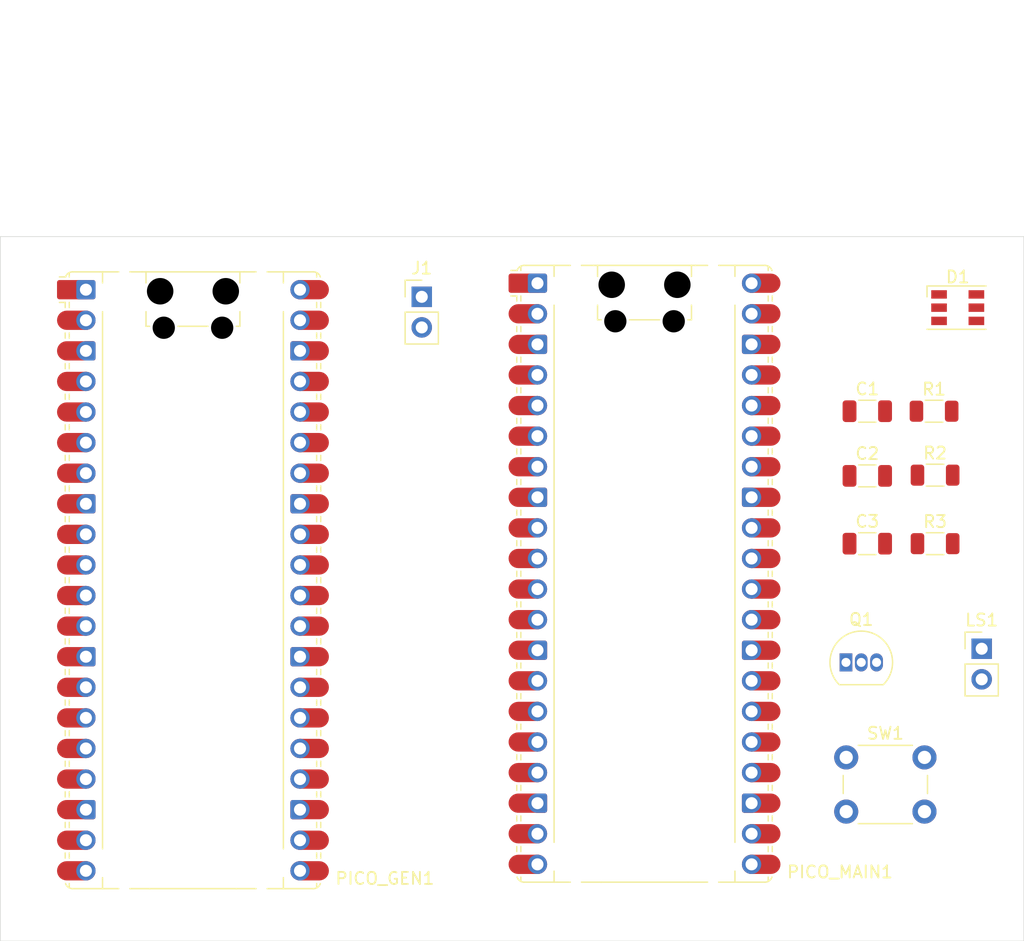
<source format=kicad_pcb>
(kicad_pcb (version 20241229) (generator "pcbnew") (generator_version "9.0")
  (layers (0 "F.Cu" signal) (2 "B.Cu" signal) (13 "F.Paste" user) (15 "B.Paste" user) (5 "F.SilkS" user "F.Silkscreen") (7 "B.SilkS" user "B.Silkscreen") (1 "F.Mask" user) (3 "B.Mask" user) (25 "Edge.Cuts" user))
  (net 0 "")
  (net 3 "GND")
  (net 5 "Net-(PICO_GEN1-3V3)")
  (net 24 "/Din")
  (net 27 "5V")
  (net 72 "/SPEAKER_OUT")
  (net 88 "Net-(PICO_MAIN1-3V3)")
  (net 94 "/BTN_IN")
  (net 124 "Net-(Q1-C)")
  (net 125 "Net-(Q1-B)")
  (net 126 "Net-(J1-Pin_2)")
  (footprint "Connector_PinHeader_2.54mm:PinHeader_1x02_P2.54mm_Vertical" (layer "F.Cu") (at 179.5 96.725)
    (property "Reference" "LS1" (at 0 -2.38 0) (layer "F.SilkS"))
    (property "Value" "Speaker")
    (pad "1" thru_hole rect (at 0 0) (size 1.7 1.7) (drill 1) (layers "*.Cu" "*.Mask") (net 27 "5V"))
    (pad "2" thru_hole circle (at 0 2.54) (size 1.7 1.7) (drill 1) (layers "*.Cu" "*.Mask") (net 124 "Net-(Q1-C)"))
  )
  (footprint "Resistor_SMD:R_1206_3216Metric" (layer "F.Cu") (at 175.63 82.31)
    (property "Reference" "R2" (at 0 -1.83 0) (layer "F.SilkS"))
    (property "Value" "100k")
    (pad "1" smd roundrect (at -1.4625 0) (size 1.125 1.75) (layers "F.Cu" "F.Mask" "F.Paste") (roundrect_rratio 0.222222) (net 3 "GND"))
    (pad "2" smd roundrect (at 1.4625 0) (size 1.125 1.75) (layers "F.Cu" "F.Mask" "F.Paste") (roundrect_rratio 0.222222) (net 125 "Net-(Q1-B)"))
  )
  (footprint "Button_Switch_THT:SW_PUSH_6mm" (layer "F.Cu") (at 168.25 105.75)
    (property "Reference" "SW1" (at 3.25 -2 0) (layer "F.SilkS"))
    (property "Value" "Push_Button")
    (pad "1" thru_hole circle (at 0 0 90) (size 2 2) (drill 1.1) (layers "*.Cu" "*.Mask") (net 94 "/BTN_IN"))
    (pad "1" thru_hole circle (at 6.5 0 90) (size 2 2) (drill 1.1) (layers "*.Cu" "*.Mask") (net 94 "/BTN_IN"))
    (pad "2" thru_hole circle (at 0 4.5 90) (size 2 2) (drill 1.1) (layers "*.Cu" "*.Mask") (net 3 "GND"))
    (pad "2" thru_hole circle (at 6.5 4.5 90) (size 2 2) (drill 1.1) (layers "*.Cu" "*.Mask") (net 3 "GND"))
  )
  (footprint "Connector_PinHeader_2.54mm:PinHeader_1x02_P2.54mm_Vertical" (layer "F.Cu") (at 133 67.5)
    (property "Reference" "J1" (at 0 -2.38 0) (layer "F.SilkS"))
    (property "Value" "Conn_01x02_Pin")
    (pad "1" thru_hole rect (at 0 0) (size 1.7 1.7) (drill 1) (layers "*.Cu" "*.Mask") (net 27 "5V"))
    (pad "2" thru_hole circle (at 0 2.54) (size 1.7 1.7) (drill 1) (layers "*.Cu" "*.Mask") (net 126 "Net-(J1-Pin_2)"))
  )
  (footprint "Module:RaspberryPi_Pico_Common_Unspecified" (layer "F.Cu") (at 114 91.0375)
    (property "Reference" "PICO_GEN1" (at 11.7475 24.765 0) (layer "F.SilkS") (effects (justify left)))
    (property "Value" "RaspberryPi_Pico")
    (pad "" np_thru_hole circle (at -2.725 -24) (size 2.2 2.2) (drill 2.2) (layers "*.Mask"))
    (pad "" np_thru_hole circle (at -2.425 -20.97) (size 1.85 1.85) (drill 1.85) (layers "*.Mask"))
    (pad "" np_thru_hole circle (at 2.425 -20.97) (size 1.85 1.85) (drill 1.85) (layers "*.Mask"))
    (pad "" np_thru_hole circle (at 2.725 -24) (size 2.2 2.2) (drill 2.2) (layers "*.Mask"))
    (pad "1" smd custom (at -9.69 -24.13) (size 1.6 0.8) (layers "F.Cu" "F.Mask") (options (clearance outline) (anchor rect)) (primitives (gr_circle (center 0.8 0) (end 1.6 0) (width 0) (fill yes)) (gr_poly (pts (xy -1.6 -0.6) (xy -1.6 0.6) (xy -1.4 0.8) (xy 0.8 0.8) (xy 0.8 -0.8) (xy -1.4 -0.8)) (width 0) (fill yes)) (gr_circle (center -1.4 -0.6) (end -1.2 -0.6) (width 0) (fill yes)) (gr_circle (center -1.4 0.6) (end -1.2 0.6) (width 0) (fill yes))))
    (pad "1" thru_hole roundrect (at -8.89 -24.13) (size 1.6 1.6) (drill 1) (layers "*.Cu" "*.Mask") (roundrect_rratio 0.125))
    (pad "2" smd roundrect (at -9.69 -21.59) (size 3.2 1.6) (layers "F.Cu" "F.Mask") (roundrect_rratio 0.5))
    (pad "2" thru_hole circle (at -8.89 -21.59) (size 1.6 1.6) (drill 1) (layers "*.Cu" "*.Mask"))
    (pad "3" smd custom (at -9.69 -19.05) (size 1.6 0.8) (layers "F.Cu" "F.Mask") (net 3 "GND") (options (clearance outline) (anchor rect)) (primitives (gr_circle (center -0.8 0) (end 0 0) (width 0) (fill yes)) (gr_poly (pts (xy 1.6 -0.6) (xy 1.6 0.6) (xy 1.4 0.8) (xy -0.8 0.8) (xy -0.8 -0.8) (xy 1.4 -0.8)) (width 0) (fill yes)) (gr_circle (center 1.4 -0.6) (end 1.6 -0.6) (width 0) (fill yes)) (gr_circle (center 1.4 0.6) (end 1.6 0.6) (width 0) (fill yes))))
    (pad "3" thru_hole custom (at -8.89 -19.05) (size 1.6 1.6) (drill 1) (layers "*.Cu" "*.Mask") (net 3 "GND") (options (clearance outline) (anchor circle)) (primitives (gr_poly (pts (xy 0.8 0.6) (xy 0.8 -0.6) (xy 0.6 -0.8) (xy 0 -0.8) (xy 0 0.8) (xy 0.6 0.8)) (width 0) (fill yes)) (gr_circle (center 0.6 0.6) (end 0.8 0.6) (width 0) (fill yes)) (gr_circle (center 0.6 -0.6) (end 0.8 -0.6) (width 0) (fill yes))))
    (pad "4" smd roundrect (at -9.69 -16.51) (size 3.2 1.6) (layers "F.Cu" "F.Mask") (roundrect_rratio 0.5))
    (pad "4" thru_hole circle (at -8.89 -16.51) (size 1.6 1.6) (drill 1) (layers "*.Cu" "*.Mask"))
    (pad "5" smd roundrect (at -9.69 -13.97) (size 3.2 1.6) (layers "F.Cu" "F.Mask") (roundrect_rratio 0.5))
    (pad "5" thru_hole circle (at -8.89 -13.97) (size 1.6 1.6) (drill 1) (layers "*.Cu" "*.Mask"))
    (pad "6" smd roundrect (at -9.69 -11.43) (size 3.2 1.6) (layers "F.Cu" "F.Mask") (roundrect_rratio 0.5))
    (pad "6" thru_hole circle (at -8.89 -11.43) (size 1.6 1.6) (drill 1) (layers "*.Cu" "*.Mask"))
    (pad "7" smd roundrect (at -9.69 -8.89) (size 3.2 1.6) (layers "F.Cu" "F.Mask") (roundrect_rratio 0.5))
    (pad "7" thru_hole circle (at -8.89 -8.89) (size 1.6 1.6) (drill 1) (layers "*.Cu" "*.Mask"))
    (pad "8" smd custom (at -9.69 -6.35) (size 1.6 0.8) (layers "F.Cu" "F.Mask") (net 3 "GND") (options (clearance outline) (anchor rect)) (primitives (gr_circle (center -0.8 0) (end 0 0) (width 0) (fill yes)) (gr_poly (pts (xy 1.6 -0.6) (xy 1.6 0.6) (xy 1.4 0.8) (xy -0.8 0.8) (xy -0.8 -0.8) (xy 1.4 -0.8)) (width 0) (fill yes)) (gr_circle (center 1.4 -0.6) (end 1.6 -0.6) (width 0) (fill yes)) (gr_circle (center 1.4 0.6) (end 1.6 0.6) (width 0) (fill yes))))
    (pad "8" thru_hole custom (at -8.89 -6.35) (size 1.6 1.6) (drill 1) (layers "*.Cu" "*.Mask") (net 3 "GND") (options (clearance outline) (anchor circle)) (primitives (gr_poly (pts (xy 0.8 0.6) (xy 0.8 -0.6) (xy 0.6 -0.8) (xy 0 -0.8) (xy 0 0.8) (xy 0.6 0.8)) (width 0) (fill yes)) (gr_circle (center 0.6 0.6) (end 0.8 0.6) (width 0) (fill yes)) (gr_circle (center 0.6 -0.6) (end 0.8 -0.6) (width 0) (fill yes))))
    (pad "9" smd roundrect (at -9.69 -3.81) (size 3.2 1.6) (layers "F.Cu" "F.Mask") (roundrect_rratio 0.5))
    (pad "9" thru_hole circle (at -8.89 -3.81) (size 1.6 1.6) (drill 1) (layers "*.Cu" "*.Mask"))
    (pad "10" smd roundrect (at -9.69 -1.27) (size 3.2 1.6) (layers "F.Cu" "F.Mask") (roundrect_rratio 0.5))
    (pad "10" thru_hole circle (at -8.89 -1.27) (size 1.6 1.6) (drill 1) (layers "*.Cu" "*.Mask"))
    (pad "11" smd roundrect (at -9.69 1.27) (size 3.2 1.6) (layers "F.Cu" "F.Mask") (roundrect_rratio 0.5))
    (pad "11" thru_hole circle (at -8.89 1.27) (size 1.6 1.6) (drill 1) (layers "*.Cu" "*.Mask"))
    (pad "12" smd roundrect (at -9.69 3.81) (size 3.2 1.6) (layers "F.Cu" "F.Mask") (roundrect_rratio 0.5))
    (pad "12" thru_hole circle (at -8.89 3.81) (size 1.6 1.6) (drill 1) (layers "*.Cu" "*.Mask"))
    (pad "13" smd custom (at -9.69 6.35) (size 1.6 0.8) (layers "F.Cu" "F.Mask") (net 3 "GND") (options (clearance outline) (anchor rect)) (primitives (gr_circle (center -0.8 0) (end 0 0) (width 0) (fill yes)) (gr_poly (pts (xy 1.6 -0.6) (xy 1.6 0.6) (xy 1.4 0.8) (xy -0.8 0.8) (xy -0.8 -0.8) (xy 1.4 -0.8)) (width 0) (fill yes)) (gr_circle (center 1.4 -0.6) (end 1.6 -0.6) (width 0) (fill yes)) (gr_circle (center 1.4 0.6) (end 1.6 0.6) (width 0) (fill yes))))
    (pad "13" thru_hole custom (at -8.89 6.35) (size 1.6 1.6) (drill 1) (layers "*.Cu" "*.Mask") (net 3 "GND") (options (clearance outline) (anchor circle)) (primitives (gr_poly (pts (xy 0.8 0.6) (xy 0.8 -0.6) (xy 0.6 -0.8) (xy 0 -0.8) (xy 0 0.8) (xy 0.6 0.8)) (width 0) (fill yes)) (gr_circle (center 0.6 0.6) (end 0.8 0.6) (width 0) (fill yes)) (gr_circle (center 0.6 -0.6) (end 0.8 -0.6) (width 0) (fill yes))))
    (pad "14" smd roundrect (at -9.69 8.89) (size 3.2 1.6) (layers "F.Cu" "F.Mask") (roundrect_rratio 0.5))
    (pad "14" thru_hole circle (at -8.89 8.89) (size 1.6 1.6) (drill 1) (layers "*.Cu" "*.Mask"))
    (pad "15" smd roundrect (at -9.69 11.43) (size 3.2 1.6) (layers "F.Cu" "F.Mask") (roundrect_rratio 0.5))
    (pad "15" thru_hole circle (at -8.89 11.43) (size 1.6 1.6) (drill 1) (layers "*.Cu" "*.Mask"))
    (pad "16" smd roundrect (at -9.69 13.97) (size 3.2 1.6) (layers "F.Cu" "F.Mask") (roundrect_rratio 0.5))
    (pad "16" thru_hole circle (at -8.89 13.97) (size 1.6 1.6) (drill 1) (layers "*.Cu" "*.Mask"))
    (pad "17" smd roundrect (at -9.69 16.51) (size 3.2 1.6) (layers "F.Cu" "F.Mask") (roundrect_rratio 0.5))
    (pad "17" thru_hole circle (at -8.89 16.51) (size 1.6 1.6) (drill 1) (layers "*.Cu" "*.Mask"))
    (pad "18" smd custom (at -9.69 19.05) (size 1.6 0.8) (layers "F.Cu" "F.Mask") (net 3 "GND") (options (clearance outline) (anchor rect)) (primitives (gr_circle (center -0.8 0) (end 0 0) (width 0) (fill yes)) (gr_poly (pts (xy 1.6 -0.6) (xy 1.6 0.6) (xy 1.4 0.8) (xy -0.8 0.8) (xy -0.8 -0.8) (xy 1.4 -0.8)) (width 0) (fill yes)) (gr_circle (center 1.4 -0.6) (end 1.6 -0.6) (width 0) (fill yes)) (gr_circle (center 1.4 0.6) (end 1.6 0.6) (width 0) (fill yes))))
    (pad "18" thru_hole custom (at -8.89 19.05) (size 1.6 1.6) (drill 1) (layers "*.Cu" "*.Mask") (net 3 "GND") (options (clearance outline) (anchor circle)) (primitives (gr_poly (pts (xy 0.8 0.6) (xy 0.8 -0.6) (xy 0.6 -0.8) (xy 0 -0.8) (xy 0 0.8) (xy 0.6 0.8)) (width 0) (fill yes)) (gr_circle (center 0.6 0.6) (end 0.8 0.6) (width 0) (fill yes)) (gr_circle (center 0.6 -0.6) (end 0.8 -0.6) (width 0) (fill yes))))
    (pad "19" smd roundrect (at -9.69 21.59) (size 3.2 1.6) (layers "F.Cu" "F.Mask") (roundrect_rratio 0.5))
    (pad "19" thru_hole circle (at -8.89 21.59) (size 1.6 1.6) (drill 1) (layers "*.Cu" "*.Mask"))
    (pad "20" smd roundrect (at -9.69 24.13) (size 3.2 1.6) (layers "F.Cu" "F.Mask") (roundrect_rratio 0.5))
    (pad "20" thru_hole circle (at -8.89 24.13) (size 1.6 1.6) (drill 1) (layers "*.Cu" "*.Mask"))
    (pad "21" thru_hole circle (at 8.89 24.13) (size 1.6 1.6) (drill 1) (layers "*.Cu" "*.Mask") (net 24 "/Din"))
    (pad "21" smd roundrect (at 9.69 24.13) (size 3.2 1.6) (layers "F.Cu" "F.Mask") (roundrect_rratio 0.5) (net 24 "/Din"))
    (pad "22" thru_hole circle (at 8.89 21.59) (size 1.6 1.6) (drill 1) (layers "*.Cu" "*.Mask"))
    (pad "22" smd roundrect (at 9.69 21.59) (size 3.2 1.6) (layers "F.Cu" "F.Mask") (roundrect_rratio 0.5))
    (pad "23" thru_hole custom (at 8.89 19.05) (size 1.6 1.6) (drill 1) (layers "*.Cu" "*.Mask") (net 3 "GND") (options (clearance outline) (anchor circle)) (primitives (gr_poly (pts (xy -0.8 0.6) (xy -0.8 -0.6) (xy -0.6 -0.8) (xy 0 -0.8) (xy 0 0.8) (xy -0.6 0.8)) (width 0) (fill yes)) (gr_circle (center -0.6 0.6) (end -0.4 0.6) (width 0) (fill yes)) (gr_circle (center -0.6 -0.6) (end -0.4 -0.6) (width 0) (fill yes))))
    (pad "23" smd custom (at 9.69 19.05) (size 1.6 0.8) (layers "F.Cu" "F.Mask") (net 3 "GND") (options (clearance outline) (anchor rect)) (primitives (gr_circle (center 0.8 0) (end 1.6 0) (width 0) (fill yes)) (gr_poly (pts (xy -1.6 -0.6) (xy -1.6 0.6) (xy -1.4 0.8) (xy 0.8 0.8) (xy 0.8 -0.8) (xy -1.4 -0.8)) (width 0) (fill yes)) (gr_circle (center -1.4 -0.6) (end -1.2 -0.6) (width 0) (fill yes)) (gr_circle (center -1.4 0.6) (end -1.2 0.6) (width 0) (fill yes))))
    (pad "24" thru_hole circle (at 8.89 16.51) (size 1.6 1.6) (drill 1) (layers "*.Cu" "*.Mask"))
    (pad "24" smd roundrect (at 9.69 16.51) (size 3.2 1.6) (layers "F.Cu" "F.Mask") (roundrect_rratio 0.5))
    (pad "25" thru_hole circle (at 8.89 13.97) (size 1.6 1.6) (drill 1) (layers "*.Cu" "*.Mask"))
    (pad "25" smd roundrect (at 9.69 13.97) (size 3.2 1.6) (layers "F.Cu" "F.Mask") (roundrect_rratio 0.5))
    (pad "26" thru_hole circle (at 8.89 11.43) (size 1.6 1.6) (drill 1) (layers "*.Cu" "*.Mask"))
    (pad "26" smd roundrect (at 9.69 11.43) (size 3.2 1.6) (layers "F.Cu" "F.Mask") (roundrect_rratio 0.5))
    (pad "27" thru_hole circle (at 8.89 8.89) (size 1.6 1.6) (drill 1) (layers "*.Cu" "*.Mask"))
    (pad "27" smd roundrect (at 9.69 8.89) (size 3.2 1.6) (layers "F.Cu" "F.Mask") (roundrect_rratio 0.5))
    (pad "28" thru_hole custom (at 8.89 6.35) (size 1.6 1.6) (drill 1) (layers "*.Cu" "*.Mask") (net 3 "GND") (options (clearance outline) (anchor circle)) (primitives (gr_poly (pts (xy -0.8 0.6) (xy -0.8 -0.6) (xy -0.6 -0.8) (xy 0 -0.8) (xy 0 0.8) (xy -0.6 0.8)) (width 0) (fill yes)) (gr_circle (center -0.6 0.6) (end -0.4 0.6) (width 0) (fill yes)) (gr_circle (center -0.6 -0.6) (end -0.4 -0.6) (width 0) (fill yes))))
    (pad "28" smd custom (at 9.69 6.35) (size 1.6 0.8) (layers "F.Cu" "F.Mask") (net 3 "GND") (options (clearance outline) (anchor rect)) (primitives (gr_circle (center 0.8 0) (end 1.6 0) (width 0) (fill yes)) (gr_poly (pts (xy -1.6 -0.6) (xy -1.6 0.6) (xy -1.4 0.8) (xy 0.8 0.8) (xy 0.8 -0.8) (xy -1.4 -0.8)) (width 0) (fill yes)) (gr_circle (center -1.4 -0.6) (end -1.2 -0.6) (width 0) (fill yes)) (gr_circle (center -1.4 0.6) (end -1.2 0.6) (width 0) (fill yes))))
    (pad "29" thru_hole circle (at 8.89 3.81) (size 1.6 1.6) (drill 1) (layers "*.Cu" "*.Mask"))
    (pad "29" smd roundrect (at 9.69 3.81) (size 3.2 1.6) (layers "F.Cu" "F.Mask") (roundrect_rratio 0.5))
    (pad "30" thru_hole circle (at 8.89 1.27) (size 1.6 1.6) (drill 1) (layers "*.Cu" "*.Mask"))
    (pad "30" smd roundrect (at 9.69 1.27) (size 3.2 1.6) (layers "F.Cu" "F.Mask") (roundrect_rratio 0.5))
    (pad "31" thru_hole circle (at 8.89 -1.27) (size 1.6 1.6) (drill 1) (layers "*.Cu" "*.Mask"))
    (pad "31" smd roundrect (at 9.69 -1.27) (size 3.2 1.6) (layers "F.Cu" "F.Mask") (roundrect_rratio 0.5))
    (pad "32" thru_hole circle (at 8.89 -3.81) (size 1.6 1.6) (drill 1) (layers "*.Cu" "*.Mask"))
    (pad "32" smd roundrect (at 9.69 -3.81) (size 3.2 1.6) (layers "F.Cu" "F.Mask") (roundrect_rratio 0.5))
    (pad "33" thru_hole custom (at 8.89 -6.35) (size 1.6 1.6) (drill 1) (layers "*.Cu" "*.Mask") (options (clearance outline) (anchor circle)) (primitives (gr_poly (pts (xy -0.8 0.6) (xy -0.8 -0.6) (xy -0.6 -0.8) (xy 0 -0.8) (xy 0 0.8) (xy -0.6 0.8)) (width 0) (fill yes)) (gr_circle (center -0.6 0.6) (end -0.4 0.6) (width 0) (fill yes)) (gr_circle (center -0.6 -0.6) (end -0.4 -0.6) (width 0) (fill yes))))
    (pad "33" smd custom (at 9.69 -6.35) (size 1.6 0.8) (layers "F.Cu" "F.Mask") (options (clearance outline) (anchor rect)) (primitives (gr_circle (center 0.8 0) (end 1.6 0) (width 0) (fill yes)) (gr_poly (pts (xy -1.6 -0.6) (xy -1.6 0.6) (xy -1.4 0.8) (xy 0.8 0.8) (xy 0.8 -0.8) (xy -1.4 -0.8)) (width 0) (fill yes)) (gr_circle (center -1.4 -0.6) (end -1.2 -0.6) (width 0) (fill yes)) (gr_circle (center -1.4 0.6) (end -1.2 0.6) (width 0) (fill yes))))
    (pad "34" thru_hole circle (at 8.89 -8.89) (size 1.6 1.6) (drill 1) (layers "*.Cu" "*.Mask"))
    (pad "34" smd roundrect (at 9.69 -8.89) (size 3.2 1.6) (layers "F.Cu" "F.Mask") (roundrect_rratio 0.5))
    (pad "35" thru_hole circle (at 8.89 -11.43) (size 1.6 1.6) (drill 1) (layers "*.Cu" "*.Mask"))
    (pad "35" smd roundrect (at 9.69 -11.43) (size 3.2 1.6) (layers "F.Cu" "F.Mask") (roundrect_rratio 0.5))
    (pad "36" thru_hole circle (at 8.89 -13.97) (size 1.6 1.6) (drill 1) (layers "*.Cu" "*.Mask") (net 5 "Net-(PICO_GEN1-3V3)"))
    (pad "36" smd roundrect (at 9.69 -13.97) (size 3.2 1.6) (layers "F.Cu" "F.Mask") (roundrect_rratio 0.5) (net 5 "Net-(PICO_GEN1-3V3)"))
    (pad "37" thru_hole circle (at 8.89 -16.51) (size 1.6 1.6) (drill 1) (layers "*.Cu" "*.Mask"))
    (pad "37" smd roundrect (at 9.69 -16.51) (size 3.2 1.6) (layers "F.Cu" "F.Mask") (roundrect_rratio 0.5))
    (pad "38" thru_hole custom (at 8.89 -19.05) (size 1.6 1.6) (drill 1) (layers "*.Cu" "*.Mask") (net 3 "GND") (options (clearance outline) (anchor circle)) (primitives (gr_poly (pts (xy -0.8 0.6) (xy -0.8 -0.6) (xy -0.6 -0.8) (xy 0 -0.8) (xy 0 0.8) (xy -0.6 0.8)) (width 0) (fill yes)) (gr_circle (center -0.6 0.6) (end -0.4 0.6) (width 0) (fill yes)) (gr_circle (center -0.6 -0.6) (end -0.4 -0.6) (width 0) (fill yes))))
    (pad "38" smd custom (at 9.69 -19.05) (size 1.6 0.8) (layers "F.Cu" "F.Mask") (net 3 "GND") (options (clearance outline) (anchor rect)) (primitives (gr_circle (center 0.8 0) (end 1.6 0) (width 0) (fill yes)) (gr_poly (pts (xy -1.6 -0.6) (xy -1.6 0.6) (xy -1.4 0.8) (xy 0.8 0.8) (xy 0.8 -0.8) (xy -1.4 -0.8)) (width 0) (fill yes)) (gr_circle (center -1.4 -0.6) (end -1.2 -0.6) (width 0) (fill yes)) (gr_circle (center -1.4 0.6) (end -1.2 0.6) (width 0) (fill yes))))
    (pad "39" thru_hole circle (at 8.89 -21.59) (size 1.6 1.6) (drill 1) (layers "*.Cu" "*.Mask") (net 27 "5V"))
    (pad "39" smd roundrect (at 9.69 -21.59) (size 3.2 1.6) (layers "F.Cu" "F.Mask") (roundrect_rratio 0.5) (net 27 "5V"))
    (pad "40" thru_hole circle (at 8.89 -24.13) (size 1.6 1.6) (drill 1) (layers "*.Cu" "*.Mask"))
    (pad "40" smd roundrect (at 9.69 -24.13) (size 3.2 1.6) (layers "F.Cu" "F.Mask") (roundrect_rratio 0.5))
  )
  (footprint "Resistor_SMD:R_1206_3216Metric" (layer "F.Cu") (at 175.545 77)
    (property "Reference" "R1" (at 0 -1.83 0) (layer "F.SilkS"))
    (property "Value" "1k")
    (pad "1" smd roundrect (at -1.4625 0) (size 1.125 1.75) (layers "F.Cu" "F.Mask" "F.Paste") (roundrect_rratio 0.222222) (net 72 "/SPEAKER_OUT"))
    (pad "2" smd roundrect (at 1.4625 0) (size 1.125 1.75) (layers "F.Cu" "F.Mask" "F.Paste") (roundrect_rratio 0.222222) (net 125 "Net-(Q1-B)"))
  )
  (footprint "Resistor_SMD:R_1206_3216Metric" (layer "F.Cu") (at 175.63 88)
    (property "Reference" "R3" (at 0 -1.83 0) (layer "F.SilkS"))
    (property "Value" "330")
    (pad "1" smd roundrect (at -1.4625 0) (size 1.125 1.75) (layers "F.Cu" "F.Mask" "F.Paste") (roundrect_rratio 0.222222) (net 24 "/Din"))
    (pad "2" smd roundrect (at 1.4625 0) (size 1.125 1.75) (layers "F.Cu" "F.Mask" "F.Paste") (roundrect_rratio 0.222222) (net 24 "/Din"))
  )
  (footprint "Module:RaspberryPi_Pico_Common_Unspecified" (layer "F.Cu") (at 151.5 90.5)
    (property "Reference" "PICO_MAIN1" (at 11.7475 24.765 0) (layer "F.SilkS") (effects (justify left)))
    (property "Value" "RaspberryPi_Pico")
    (pad "" np_thru_hole circle (at -2.725 -24) (size 2.2 2.2) (drill 2.2) (layers "*.Mask"))
    (pad "" np_thru_hole circle (at -2.425 -20.97) (size 1.85 1.85) (drill 1.85) (layers "*.Mask"))
    (pad "" np_thru_hole circle (at 2.425 -20.97) (size 1.85 1.85) (drill 1.85) (layers "*.Mask"))
    (pad "" np_thru_hole circle (at 2.725 -24) (size 2.2 2.2) (drill 2.2) (layers "*.Mask"))
    (pad "1" smd custom (at -9.69 -24.13) (size 1.6 0.8) (layers "F.Cu" "F.Mask") (net 24 "/Din") (options (clearance outline) (anchor rect)) (primitives (gr_circle (center 0.8 0) (end 1.6 0) (width 0) (fill yes)) (gr_poly (pts (xy -1.6 -0.6) (xy -1.6 0.6) (xy -1.4 0.8) (xy 0.8 0.8) (xy 0.8 -0.8) (xy -1.4 -0.8)) (width 0) (fill yes)) (gr_circle (center -1.4 -0.6) (end -1.2 -0.6) (width 0) (fill yes)) (gr_circle (center -1.4 0.6) (end -1.2 0.6) (width 0) (fill yes))))
    (pad "1" thru_hole roundrect (at -8.89 -24.13) (size 1.6 1.6) (drill 1) (layers "*.Cu" "*.Mask") (roundrect_rratio 0.125) (net 24 "/Din"))
    (pad "2" smd roundrect (at -9.69 -21.59) (size 3.2 1.6) (layers "F.Cu" "F.Mask") (roundrect_rratio 0.5))
    (pad "2" thru_hole circle (at -8.89 -21.59) (size 1.6 1.6) (drill 1) (layers "*.Cu" "*.Mask"))
    (pad "3" smd custom (at -9.69 -19.05) (size 1.6 0.8) (layers "F.Cu" "F.Mask") (net 3 "GND") (options (clearance outline) (anchor rect)) (primitives (gr_circle (center -0.8 0) (end 0 0) (width 0) (fill yes)) (gr_poly (pts (xy 1.6 -0.6) (xy 1.6 0.6) (xy 1.4 0.8) (xy -0.8 0.8) (xy -0.8 -0.8) (xy 1.4 -0.8)) (width 0) (fill yes)) (gr_circle (center 1.4 -0.6) (end 1.6 -0.6) (width 0) (fill yes)) (gr_circle (center 1.4 0.6) (end 1.6 0.6) (width 0) (fill yes))))
    (pad "3" thru_hole custom (at -8.89 -19.05) (size 1.6 1.6) (drill 1) (layers "*.Cu" "*.Mask") (net 3 "GND") (options (clearance outline) (anchor circle)) (primitives (gr_poly (pts (xy 0.8 0.6) (xy 0.8 -0.6) (xy 0.6 -0.8) (xy 0 -0.8) (xy 0 0.8) (xy 0.6 0.8)) (width 0) (fill yes)) (gr_circle (center 0.6 0.6) (end 0.8 0.6) (width 0) (fill yes)) (gr_circle (center 0.6 -0.6) (end 0.8 -0.6) (width 0) (fill yes))))
    (pad "4" smd roundrect (at -9.69 -16.51) (size 3.2 1.6) (layers "F.Cu" "F.Mask") (roundrect_rratio 0.5))
    (pad "4" thru_hole circle (at -8.89 -16.51) (size 1.6 1.6) (drill 1) (layers "*.Cu" "*.Mask"))
    (pad "5" smd roundrect (at -9.69 -13.97) (size 3.2 1.6) (layers "F.Cu" "F.Mask") (roundrect_rratio 0.5))
    (pad "5" thru_hole circle (at -8.89 -13.97) (size 1.6 1.6) (drill 1) (layers "*.Cu" "*.Mask"))
    (pad "6" smd roundrect (at -9.69 -11.43) (size 3.2 1.6) (layers "F.Cu" "F.Mask") (roundrect_rratio 0.5))
    (pad "6" thru_hole circle (at -8.89 -11.43) (size 1.6 1.6) (drill 1) (layers "*.Cu" "*.Mask"))
    (pad "7" smd roundrect (at -9.69 -8.89) (size 3.2 1.6) (layers "F.Cu" "F.Mask") (roundrect_rratio 0.5))
    (pad "7" thru_hole circle (at -8.89 -8.89) (size 1.6 1.6) (drill 1) (layers "*.Cu" "*.Mask"))
    (pad "8" smd custom (at -9.69 -6.35) (size 1.6 0.8) (layers "F.Cu" "F.Mask") (net 3 "GND") (options (clearance outline) (anchor rect)) (primitives (gr_circle (center -0.8 0) (end 0 0) (width 0) (fill yes)) (gr_poly (pts (xy 1.6 -0.6) (xy 1.6 0.6) (xy 1.4 0.8) (xy -0.8 0.8) (xy -0.8 -0.8) (xy 1.4 -0.8)) (width 0) (fill yes)) (gr_circle (center 1.4 -0.6) (end 1.6 -0.6) (width 0) (fill yes)) (gr_circle (center 1.4 0.6) (end 1.6 0.6) (width 0) (fill yes))))
    (pad "8" thru_hole custom (at -8.89 -6.35) (size 1.6 1.6) (drill 1) (layers "*.Cu" "*.Mask") (net 3 "GND") (options (clearance outline) (anchor circle)) (primitives (gr_poly (pts (xy 0.8 0.6) (xy 0.8 -0.6) (xy 0.6 -0.8) (xy 0 -0.8) (xy 0 0.8) (xy 0.6 0.8)) (width 0) (fill yes)) (gr_circle (center 0.6 0.6) (end 0.8 0.6) (width 0) (fill yes)) (gr_circle (center 0.6 -0.6) (end 0.8 -0.6) (width 0) (fill yes))))
    (pad "9" smd roundrect (at -9.69 -3.81) (size 3.2 1.6) (layers "F.Cu" "F.Mask") (roundrect_rratio 0.5))
    (pad "9" thru_hole circle (at -8.89 -3.81) (size 1.6 1.6) (drill 1) (layers "*.Cu" "*.Mask"))
    (pad "10" smd roundrect (at -9.69 -1.27) (size 3.2 1.6) (layers "F.Cu" "F.Mask") (roundrect_rratio 0.5))
    (pad "10" thru_hole circle (at -8.89 -1.27) (size 1.6 1.6) (drill 1) (layers "*.Cu" "*.Mask"))
    (pad "11" smd roundrect (at -9.69 1.27) (size 3.2 1.6) (layers "F.Cu" "F.Mask") (roundrect_rratio 0.5))
    (pad "11" thru_hole circle (at -8.89 1.27) (size 1.6 1.6) (drill 1) (layers "*.Cu" "*.Mask"))
    (pad "12" smd roundrect (at -9.69 3.81) (size 3.2 1.6) (layers "F.Cu" "F.Mask") (roundrect_rratio 0.5))
    (pad "12" thru_hole circle (at -8.89 3.81) (size 1.6 1.6) (drill 1) (layers "*.Cu" "*.Mask"))
    (pad "13" smd custom (at -9.69 6.35) (size 1.6 0.8) (layers "F.Cu" "F.Mask") (net 3 "GND") (options (clearance outline) (anchor rect)) (primitives (gr_circle (center -0.8 0) (end 0 0) (width 0) (fill yes)) (gr_poly (pts (xy 1.6 -0.6) (xy 1.6 0.6) (xy 1.4 0.8) (xy -0.8 0.8) (xy -0.8 -0.8) (xy 1.4 -0.8)) (width 0) (fill yes)) (gr_circle (center 1.4 -0.6) (end 1.6 -0.6) (width 0) (fill yes)) (gr_circle (center 1.4 0.6) (end 1.6 0.6) (width 0) (fill yes))))
    (pad "13" thru_hole custom (at -8.89 6.35) (size 1.6 1.6) (drill 1) (layers "*.Cu" "*.Mask") (net 3 "GND") (options (clearance outline) (anchor circle)) (primitives (gr_poly (pts (xy 0.8 0.6) (xy 0.8 -0.6) (xy 0.6 -0.8) (xy 0 -0.8) (xy 0 0.8) (xy 0.6 0.8)) (width 0) (fill yes)) (gr_circle (center 0.6 0.6) (end 0.8 0.6) (width 0) (fill yes)) (gr_circle (center 0.6 -0.6) (end 0.8 -0.6) (width 0) (fill yes))))
    (pad "14" smd roundrect (at -9.69 8.89) (size 3.2 1.6) (layers "F.Cu" "F.Mask") (roundrect_rratio 0.5))
    (pad "14" thru_hole circle (at -8.89 8.89) (size 1.6 1.6) (drill 1) (layers "*.Cu" "*.Mask"))
    (pad "15" smd roundrect (at -9.69 11.43) (size 3.2 1.6) (layers "F.Cu" "F.Mask") (roundrect_rratio 0.5))
    (pad "15" thru_hole circle (at -8.89 11.43) (size 1.6 1.6) (drill 1) (layers "*.Cu" "*.Mask"))
    (pad "16" smd roundrect (at -9.69 13.97) (size 3.2 1.6) (layers "F.Cu" "F.Mask") (roundrect_rratio 0.5))
    (pad "16" thru_hole circle (at -8.89 13.97) (size 1.6 1.6) (drill 1) (layers "*.Cu" "*.Mask"))
    (pad "17" smd roundrect (at -9.69 16.51) (size 3.2 1.6) (layers "F.Cu" "F.Mask") (roundrect_rratio 0.5))
    (pad "17" thru_hole circle (at -8.89 16.51) (size 1.6 1.6) (drill 1) (layers "*.Cu" "*.Mask"))
    (pad "18" smd custom (at -9.69 19.05) (size 1.6 0.8) (layers "F.Cu" "F.Mask") (net 3 "GND") (options (clearance outline) (anchor rect)) (primitives (gr_circle (center -0.8 0) (end 0 0) (width 0) (fill yes)) (gr_poly (pts (xy 1.6 -0.6) (xy 1.6 0.6) (xy 1.4 0.8) (xy -0.8 0.8) (xy -0.8 -0.8) (xy 1.4 -0.8)) (width 0) (fill yes)) (gr_circle (center 1.4 -0.6) (end 1.6 -0.6) (width 0) (fill yes)) (gr_circle (center 1.4 0.6) (end 1.6 0.6) (width 0) (fill yes))))
    (pad "18" thru_hole custom (at -8.89 19.05) (size 1.6 1.6) (drill 1) (layers "*.Cu" "*.Mask") (net 3 "GND") (options (clearance outline) (anchor circle)) (primitives (gr_poly (pts (xy 0.8 0.6) (xy 0.8 -0.6) (xy 0.6 -0.8) (xy 0 -0.8) (xy 0 0.8) (xy 0.6 0.8)) (width 0) (fill yes)) (gr_circle (center 0.6 0.6) (end 0.8 0.6) (width 0) (fill yes)) (gr_circle (center 0.6 -0.6) (end 0.8 -0.6) (width 0) (fill yes))))
    (pad "19" smd roundrect (at -9.69 21.59) (size 3.2 1.6) (layers "F.Cu" "F.Mask") (roundrect_rratio 0.5))
    (pad "19" thru_hole circle (at -8.89 21.59) (size 1.6 1.6) (drill 1) (layers "*.Cu" "*.Mask"))
    (pad "20" smd roundrect (at -9.69 24.13) (size 3.2 1.6) (layers "F.Cu" "F.Mask") (roundrect_rratio 0.5))
    (pad "20" thru_hole circle (at -8.89 24.13) (size 1.6 1.6) (drill 1) (layers "*.Cu" "*.Mask"))
    (pad "21" thru_hole circle (at 8.89 24.13) (size 1.6 1.6) (drill 1) (layers "*.Cu" "*.Mask") (net 72 "/SPEAKER_OUT"))
    (pad "21" smd roundrect (at 9.69 24.13) (size 3.2 1.6) (layers "F.Cu" "F.Mask") (roundrect_rratio 0.5) (net 72 "/SPEAKER_OUT"))
    (pad "22" thru_hole circle (at 8.89 21.59) (size 1.6 1.6) (drill 1) (layers "*.Cu" "*.Mask"))
    (pad "22" smd roundrect (at 9.69 21.59) (size 3.2 1.6) (layers "F.Cu" "F.Mask") (roundrect_rratio 0.5))
    (pad "23" thru_hole custom (at 8.89 19.05) (size 1.6 1.6) (drill 1) (layers "*.Cu" "*.Mask") (net 3 "GND") (options (clearance outline) (anchor circle)) (primitives (gr_poly (pts (xy -0.8 0.6) (xy -0.8 -0.6) (xy -0.6 -0.8) (xy 0 -0.8) (xy 0 0.8) (xy -0.6 0.8)) (width 0) (fill yes)) (gr_circle (center -0.6 0.6) (end -0.4 0.6) (width 0) (fill yes)) (gr_circle (center -0.6 -0.6) (end -0.4 -0.6) (width 0) (fill yes))))
    (pad "23" smd custom (at 9.69 19.05) (size 1.6 0.8) (layers "F.Cu" "F.Mask") (net 3 "GND") (options (clearance outline) (anchor rect)) (primitives (gr_circle (center 0.8 0) (end 1.6 0) (width 0) (fill yes)) (gr_poly (pts (xy -1.6 -0.6) (xy -1.6 0.6) (xy -1.4 0.8) (xy 0.8 0.8) (xy 0.8 -0.8) (xy -1.4 -0.8)) (width 0) (fill yes)) (gr_circle (center -1.4 -0.6) (end -1.2 -0.6) (width 0) (fill yes)) (gr_circle (center -1.4 0.6) (end -1.2 0.6) (width 0) (fill yes))))
    (pad "24" thru_hole circle (at 8.89 16.51) (size 1.6 1.6) (drill 1) (layers "*.Cu" "*.Mask"))
    (pad "24" smd roundrect (at 9.69 16.51) (size 3.2 1.6) (layers "F.Cu" "F.Mask") (roundrect_rratio 0.5))
    (pad "25" thru_hole circle (at 8.89 13.97) (size 1.6 1.6) (drill 1) (layers "*.Cu" "*.Mask"))
    (pad "25" smd roundrect (at 9.69 13.97) (size 3.2 1.6) (layers "F.Cu" "F.Mask") (roundrect_rratio 0.5))
    (pad "26" thru_hole circle (at 8.89 11.43) (size 1.6 1.6) (drill 1) (layers "*.Cu" "*.Mask"))
    (pad "26" smd roundrect (at 9.69 11.43) (size 3.2 1.6) (layers "F.Cu" "F.Mask") (roundrect_rratio 0.5))
    (pad "27" thru_hole circle (at 8.89 8.89) (size 1.6 1.6) (drill 1) (layers "*.Cu" "*.Mask"))
    (pad "27" smd roundrect (at 9.69 8.89) (size 3.2 1.6) (layers "F.Cu" "F.Mask") (roundrect_rratio 0.5))
    (pad "28" thru_hole custom (at 8.89 6.35) (size 1.6 1.6) (drill 1) (layers "*.Cu" "*.Mask") (net 3 "GND") (options (clearance outline) (anchor circle)) (primitives (gr_poly (pts (xy -0.8 0.6) (xy -0.8 -0.6) (xy -0.6 -0.8) (xy 0 -0.8) (xy 0 0.8) (xy -0.6 0.8)) (width 0) (fill yes)) (gr_circle (center -0.6 0.6) (end -0.4 0.6) (width 0) (fill yes)) (gr_circle (center -0.6 -0.6) (end -0.4 -0.6) (width 0) (fill yes))))
    (pad "28" smd custom (at 9.69 6.35) (size 1.6 0.8) (layers "F.Cu" "F.Mask") (net 3 "GND") (options (clearance outline) (anchor rect)) (primitives (gr_circle (center 0.8 0) (end 1.6 0) (width 0) (fill yes)) (gr_poly (pts (xy -1.6 -0.6) (xy -1.6 0.6) (xy -1.4 0.8) (xy 0.8 0.8) (xy 0.8 -0.8) (xy -1.4 -0.8)) (width 0) (fill yes)) (gr_circle (center -1.4 -0.6) (end -1.2 -0.6) (width 0) (fill yes)) (gr_circle (center -1.4 0.6) (end -1.2 0.6) (width 0) (fill yes))))
    (pad "29" thru_hole circle (at 8.89 3.81) (size 1.6 1.6) (drill 1) (layers "*.Cu" "*.Mask") (net 94 "/BTN_IN"))
    (pad "29" smd roundrect (at 9.69 3.81) (size 3.2 1.6) (layers "F.Cu" "F.Mask") (roundrect_rratio 0.5) (net 94 "/BTN_IN"))
    (pad "30" thru_hole circle (at 8.89 1.27) (size 1.6 1.6) (drill 1) (layers "*.Cu" "*.Mask"))
    (pad "30" smd roundrect (at 9.69 1.27) (size 3.2 1.6) (layers "F.Cu" "F.Mask") (roundrect_rratio 0.5))
    (pad "31" thru_hole circle (at 8.89 -1.27) (size 1.6 1.6) (drill 1) (layers "*.Cu" "*.Mask"))
    (pad "31" smd roundrect (at 9.69 -1.27) (size 3.2 1.6) (layers "F.Cu" "F.Mask") (roundrect_rratio 0.5))
    (pad "32" thru_hole circle (at 8.89 -3.81) (size 1.6 1.6) (drill 1) (layers "*.Cu" "*.Mask"))
    (pad "32" smd roundrect (at 9.69 -3.81) (size 3.2 1.6) (layers "F.Cu" "F.Mask") (roundrect_rratio 0.5))
    (pad "33" thru_hole custom (at 8.89 -6.35) (size 1.6 1.6) (drill 1) (layers "*.Cu" "*.Mask") (options (clearance outline) (anchor circle)) (primitives (gr_poly (pts (xy -0.8 0.6) (xy -0.8 -0.6) (xy -0.6 -0.8) (xy 0 -0.8) (xy 0 0.8) (xy -0.6 0.8)) (width 0) (fill yes)) (gr_circle (center -0.6 0.6) (end -0.4 0.6) (width 0) (fill yes)) (gr_circle (center -0.6 -0.6) (end -0.4 -0.6) (width 0) (fill yes))))
    (pad "33" smd custom (at 9.69 -6.35) (size 1.6 0.8) (layers "F.Cu" "F.Mask") (options (clearance outline) (anchor rect)) (primitives (gr_circle (center 0.8 0) (end 1.6 0) (width 0) (fill yes)) (gr_poly (pts (xy -1.6 -0.6) (xy -1.6 0.6) (xy -1.4 0.8) (xy 0.8 0.8) (xy 0.8 -0.8) (xy -1.4 -0.8)) (width 0) (fill yes)) (gr_circle (center -1.4 -0.6) (end -1.2 -0.6) (width 0) (fill yes)) (gr_circle (center -1.4 0.6) (end -1.2 0.6) (width 0) (fill yes))))
    (pad "34" thru_hole circle (at 8.89 -8.89) (size 1.6 1.6) (drill 1) (layers "*.Cu" "*.Mask"))
    (pad "34" smd roundrect (at 9.69 -8.89) (size 3.2 1.6) (layers "F.Cu" "F.Mask") (roundrect_rratio 0.5))
    (pad "35" thru_hole circle (at 8.89 -11.43) (size 1.6 1.6) (drill 1) (layers "*.Cu" "*.Mask"))
    (pad "35" smd roundrect (at 9.69 -11.43) (size 3.2 1.6) (layers "F.Cu" "F.Mask") (roundrect_rratio 0.5))
    (pad "36" thru_hole circle (at 8.89 -13.97) (size 1.6 1.6) (drill 1) (layers "*.Cu" "*.Mask") (net 88 "Net-(PICO_MAIN1-3V3)"))
    (pad "36" smd roundrect (at 9.69 -13.97) (size 3.2 1.6) (layers "F.Cu" "F.Mask") (roundrect_rratio 0.5) (net 88 "Net-(PICO_MAIN1-3V3)"))
    (pad "37" thru_hole circle (at 8.89 -16.51) (size 1.6 1.6) (drill 1) (layers "*.Cu" "*.Mask"))
    (pad "37" smd roundrect (at 9.69 -16.51) (size 3.2 1.6) (layers "F.Cu" "F.Mask") (roundrect_rratio 0.5))
    (pad "38" thru_hole custom (at 8.89 -19.05) (size 1.6 1.6) (drill 1) (layers "*.Cu" "*.Mask") (net 3 "GND") (options (clearance outline) (anchor circle)) (primitives (gr_poly (pts (xy -0.8 0.6) (xy -0.8 -0.6) (xy -0.6 -0.8) (xy 0 -0.8) (xy 0 0.8) (xy -0.6 0.8)) (width 0) (fill yes)) (gr_circle (center -0.6 0.6) (end -0.4 0.6) (width 0) (fill yes)) (gr_circle (center -0.6 -0.6) (end -0.4 -0.6) (width 0) (fill yes))))
    (pad "38" smd custom (at 9.69 -19.05) (size 1.6 0.8) (layers "F.Cu" "F.Mask") (net 3 "GND") (options (clearance outline) (anchor rect)) (primitives (gr_circle (center 0.8 0) (end 1.6 0) (width 0) (fill yes)) (gr_poly (pts (xy -1.6 -0.6) (xy -1.6 0.6) (xy -1.4 0.8) (xy 0.8 0.8) (xy 0.8 -0.8) (xy -1.4 -0.8)) (width 0) (fill yes)) (gr_circle (center -1.4 -0.6) (end -1.2 -0.6) (width 0) (fill yes)) (gr_circle (center -1.4 0.6) (end -1.2 0.6) (width 0) (fill yes))))
    (pad "39" thru_hole circle (at 8.89 -21.59) (size 1.6 1.6) (drill 1) (layers "*.Cu" "*.Mask") (net 27 "5V"))
    (pad "39" smd roundrect (at 9.69 -21.59) (size 3.2 1.6) (layers "F.Cu" "F.Mask") (roundrect_rratio 0.5) (net 27 "5V"))
    (pad "40" thru_hole circle (at 8.89 -24.13) (size 1.6 1.6) (drill 1) (layers "*.Cu" "*.Mask"))
    (pad "40" smd roundrect (at 9.69 -24.13) (size 3.2 1.6) (layers "F.Cu" "F.Mask") (roundrect_rratio 0.5))
  )
  (footprint "Capacitor_SMD:C_1206_3216Metric" (layer "F.Cu") (at 170 88)
    (property "Reference" "C3" (at 0 -1.85 0) (layer "F.SilkS"))
    (property "Value" "50u")
    (pad "1" smd roundrect (at -1.475 0) (size 1.15 1.8) (layers "F.Cu" "F.Mask" "F.Paste") (roundrect_rratio 0.217391) (net 126 "Net-(J1-Pin_2)"))
    (pad "2" smd roundrect (at 1.475 0) (size 1.15 1.8) (layers "F.Cu" "F.Mask" "F.Paste") (roundrect_rratio 0.217391) (net 3 "GND"))
  )
  (footprint "LED_SMD:LED_RGB_PLCC-6" (layer "F.Cu") (at 177.51 68.4)
    (property "Reference" "D1" (at 0 -2.55 180) (layer "F.SilkS"))
    (property "Value" "LED_RGB")
    (pad "1" smd rect (at -1.55 -1.1 90) (size 0.7 1.3) (layers "F.Cu" "F.Mask" "F.Paste") (net 3 "GND"))
    (pad "2" smd rect (at -1.55 0 90) (size 0.7 1.3) (layers "F.Cu" "F.Mask" "F.Paste") (net 3 "GND"))
    (pad "3" smd rect (at -1.55 1.1 90) (size 0.7 1.3) (layers "F.Cu" "F.Mask" "F.Paste") (net 3 "GND"))
    (pad "4" smd rect (at 1.55 1.1 90) (size 0.7 1.3) (layers "F.Cu" "F.Mask" "F.Paste") (net 24 "/Din"))
    (pad "5" smd rect (at 1.55 0 90) (size 0.7 1.3) (layers "F.Cu" "F.Mask" "F.Paste") (net 24 "/Din"))
    (pad "6" smd rect (at 1.55 -1.1 90) (size 0.7 1.3) (layers "F.Cu" "F.Mask" "F.Paste") (net 24 "/Din"))
  )
  (footprint "Capacitor_SMD:C_1206_3216Metric" (layer "F.Cu") (at 170 77)
    (property "Reference" "C1" (at 0 -1.85 0) (layer "F.SilkS"))
    (property "Value" "0.1u")
    (pad "1" smd roundrect (at -1.475 0) (size 1.15 1.8) (layers "F.Cu" "F.Mask" "F.Paste") (roundrect_rratio 0.217391) (net 3 "GND"))
    (pad "2" smd roundrect (at 1.475 0) (size 1.15 1.8) (layers "F.Cu" "F.Mask" "F.Paste") (roundrect_rratio 0.217391) (net 5 "Net-(PICO_GEN1-3V3)"))
  )
  (footprint "Capacitor_SMD:C_1206_3216Metric" (layer "F.Cu") (at 170 82.37)
    (property "Reference" "C2" (at 0 -1.85 0) (layer "F.SilkS"))
    (property "Value" "0.1u")
    (pad "1" smd roundrect (at -1.475 0) (size 1.15 1.8) (layers "F.Cu" "F.Mask" "F.Paste") (roundrect_rratio 0.217391) (net 3 "GND"))
    (pad "2" smd roundrect (at 1.475 0) (size 1.15 1.8) (layers "F.Cu" "F.Mask" "F.Paste") (roundrect_rratio 0.217391) (net 88 "Net-(PICO_MAIN1-3V3)"))
  )
  (footprint "Package_TO_SOT_THT:TO-92_Inline" (layer "F.Cu") (at 168.23 97.86)
    (property "Reference" "Q1" (at 1.27 -3.56 0) (layer "F.SilkS"))
    (property "Value" "2N3904")
    (pad "1" thru_hole rect (at 0 0) (size 1.05 1.5) (drill 0.75) (layers "*.Cu" "*.Mask") (net 3 "GND"))
    (pad "2" thru_hole oval (at 1.27 0) (size 1.05 1.5) (drill 0.75) (layers "*.Cu" "*.Mask") (net 125 "Net-(Q1-B)"))
    (pad "3" thru_hole oval (at 2.54 0) (size 1.05 1.5) (drill 0.75) (layers "*.Cu" "*.Mask") (net 124 "Net-(Q1-C)"))
  )
  (gr_rect (start 98 62.5) (end 183 121) (stroke (width 0.05)) (fill no) (layer "Edge.Cuts"))
)
</source>
